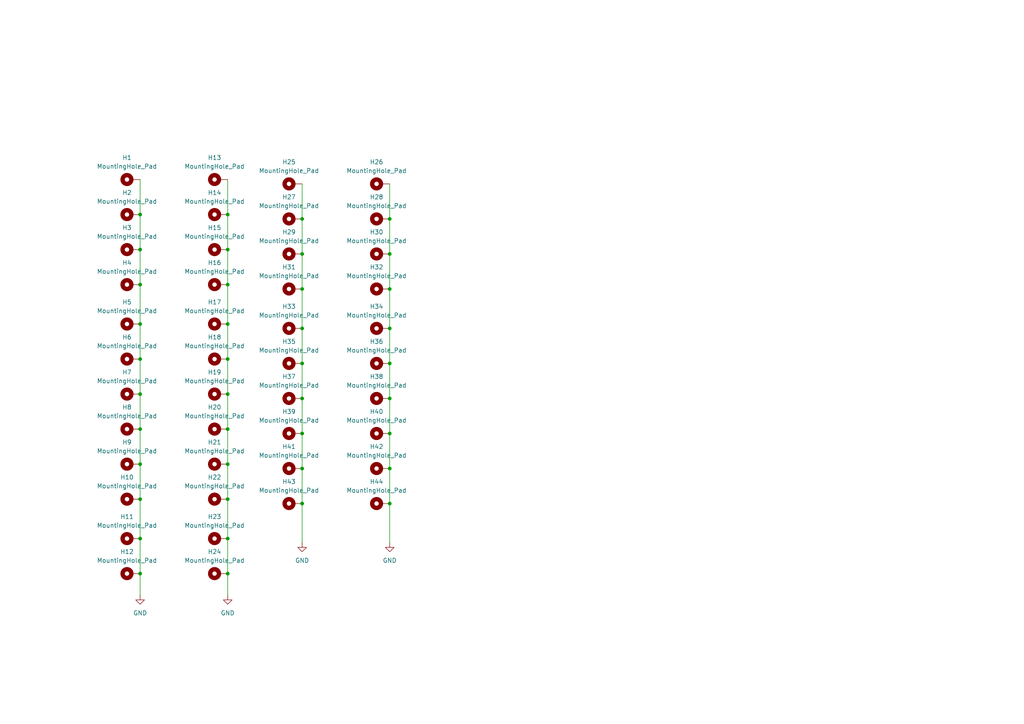
<source format=kicad_sch>
(kicad_sch (version 20250114) (generator "eeschema") (generator_version "9.0")
  (paper "A4")
  (lib_symbols
    (symbol "Mechanical:MountingHole_Pad" (pin_numbers (hide yes)) (pin_names (offset 1.016) (hide yes)) (in_bom no)
      (property "Reference" "H" (at 0 6.35 0))
      (property "Value" "MountingHole_Pad" (at 0 4.445 0))
      (symbol "MountingHole_Pad_0_1"
        (circle (center 0 1.27) (radius 1.27) (stroke (width 1.27)))
      )
      (symbol "MountingHole_Pad_1_1"
        (pin input line (at 0 -2.54 90) (length 2.54) (name "1") (number "1"))
      )
    )
    (symbol "power:GND" (power) (pin_numbers (hide yes)) (pin_names (offset 0) (hide yes))
      (property "Value" "GND" (at 0 -3.81 0))
      (symbol "GND_0_1"
        (polyline (pts (xy 0 0) (xy 0 -1.27) (xy 1.27 -1.27) (xy 0 -2.54) (xy -1.27 -1.27) (xy 0 -1.27)))
      )
      (symbol "GND_1_1"
        (pin power_in line (at 0 0 270) (length 0) (name "~") (number "1"))
      )
    )
  )
  (junction (at 66.04 166.37))
  (junction (at 66.04 144.78))
  (junction (at 40.64 134.62))
  (junction (at 113.03 63.5))
  (junction (at 40.64 62.23))
  (junction (at 40.64 124.46))
  (junction (at 40.64 144.78))
  (junction (at 40.64 93.98))
  (junction (at 87.63 95.25))
  (junction (at 40.64 156.21))
  (junction (at 113.03 135.89))
  (junction (at 87.63 115.57))
  (junction (at 87.63 73.66))
  (junction (at 113.03 146.05))
  (junction (at 40.64 104.14))
  (junction (at 87.63 146.05))
  (junction (at 66.04 104.14))
  (junction (at 87.63 105.41))
  (junction (at 87.63 135.89))
  (junction (at 66.04 114.3))
  (junction (at 87.63 83.82))
  (junction (at 40.64 72.39))
  (junction (at 40.64 114.3))
  (junction (at 40.64 82.55))
  (junction (at 66.04 156.21))
  (junction (at 40.64 166.37))
  (junction (at 66.04 93.98))
  (junction (at 66.04 62.23))
  (junction (at 66.04 134.62))
  (junction (at 113.03 73.66))
  (junction (at 87.63 63.5))
  (junction (at 66.04 124.46))
  (junction (at 113.03 95.25))
  (junction (at 87.63 125.73))
  (junction (at 66.04 82.55))
  (junction (at 113.03 105.41))
  (junction (at 113.03 115.57))
  (junction (at 113.03 125.73))
  (junction (at 66.04 72.39))
  (junction (at 113.03 83.82))
  (wire (pts (xy 40.64 144.78) (xy 40.64 156.21)))
  (wire (pts (xy 66.04 72.39) (xy 66.04 82.55)))
  (wire (pts (xy 113.03 73.66) (xy 113.03 83.82)))
  (wire (pts (xy 66.04 166.37) (xy 66.04 172.72)))
  (wire (pts (xy 87.63 135.89) (xy 87.63 146.05)))
  (wire (pts (xy 113.03 146.05) (xy 113.03 157.48)))
  (wire (pts (xy 113.03 135.89) (xy 113.03 146.05)))
  (wire (pts (xy 66.04 82.55) (xy 66.04 93.98)))
  (wire (pts (xy 40.64 52.07) (xy 40.64 62.23)))
  (wire (pts (xy 40.64 62.23) (xy 40.64 72.39)))
  (wire (pts (xy 66.04 124.46) (xy 66.04 134.62)))
  (wire (pts (xy 113.03 53.34) (xy 113.03 63.5)))
  (wire (pts (xy 40.64 134.62) (xy 40.64 144.78)))
  (wire (pts (xy 113.03 115.57) (xy 113.03 125.73)))
  (wire (pts (xy 113.03 95.25) (xy 113.03 105.41)))
  (wire (pts (xy 87.63 125.73) (xy 87.63 135.89)))
  (wire (pts (xy 40.64 82.55) (xy 40.64 93.98)))
  (wire (pts (xy 66.04 52.07) (xy 66.04 62.23)))
  (wire (pts (xy 66.04 114.3) (xy 66.04 124.46)))
  (wire (pts (xy 40.64 72.39) (xy 40.64 82.55)))
  (wire (pts (xy 87.63 73.66) (xy 87.63 83.82)))
  (wire (pts (xy 87.63 105.41) (xy 87.63 115.57)))
  (wire (pts (xy 66.04 144.78) (xy 66.04 156.21)))
  (wire (pts (xy 87.63 115.57) (xy 87.63 125.73)))
  (wire (pts (xy 66.04 134.62) (xy 66.04 144.78)))
  (wire (pts (xy 113.03 125.73) (xy 113.03 135.89)))
  (wire (pts (xy 40.64 166.37) (xy 40.64 172.72)))
  (wire (pts (xy 87.63 146.05) (xy 87.63 157.48)))
  (wire (pts (xy 113.03 83.82) (xy 113.03 95.25)))
  (wire (pts (xy 66.04 62.23) (xy 66.04 72.39)))
  (wire (pts (xy 40.64 156.21) (xy 40.64 166.37)))
  (wire (pts (xy 113.03 63.5) (xy 113.03 73.66)))
  (wire (pts (xy 66.04 156.21) (xy 66.04 166.37)))
  (wire (pts (xy 40.64 124.46) (xy 40.64 134.62)))
  (wire (pts (xy 87.63 95.25) (xy 87.63 105.41)))
  (wire (pts (xy 66.04 93.98) (xy 66.04 104.14)))
  (wire (pts (xy 40.64 93.98) (xy 40.64 104.14)))
  (wire (pts (xy 40.64 104.14) (xy 40.64 114.3)))
  (wire (pts (xy 113.03 105.41) (xy 113.03 115.57)))
  (wire (pts (xy 87.63 83.82) (xy 87.63 95.25)))
  (wire (pts (xy 40.64 114.3) (xy 40.64 124.46)))
  (wire (pts (xy 87.63 53.34) (xy 87.63 63.5)))
  (wire (pts (xy 66.04 104.14) (xy 66.04 114.3)))
  (wire (pts (xy 87.63 63.5) (xy 87.63 73.66)))
  (symbol (lib_id "Mechanical:MountingHole_Pad") (at 38.1 114.3 90) (unit 1) (in_bom no)
    (property "Reference" "H7" (at 36.83 107.95 90))
    (property "Value" "MountingHole_Pad" (at 36.83 110.49 90))
    (property "Footprint" "MountingHole:MountingHole_2.2mm_M2_DIN965_Pad" (effects (hide yes)))
    (property "Description" "Mounting Hole with connection" (effects (hide yes)))
  )
  (symbol (lib_id "Mechanical:MountingHole_Pad") (at 63.5 134.62 90) (unit 1) (in_bom no)
    (property "Reference" "H21" (at 62.23 128.27 90))
    (property "Value" "MountingHole_Pad" (at 62.23 130.81 90))
    (property "Footprint" "MountingHole:MountingHole_2.2mm_M2_DIN965_Pad" (effects (hide yes)))
    (property "Description" "Mounting Hole with connection" (effects (hide yes)))
  )
  (symbol (lib_id "Mechanical:MountingHole_Pad") (at 63.5 156.21 90) (unit 1) (in_bom no)
    (property "Reference" "H23" (at 62.23 149.86 90))
    (property "Value" "MountingHole_Pad" (at 62.23 152.4 90))
    (property "Footprint" "MountingHole:MountingHole_2.2mm_M2_DIN965_Pad" (effects (hide yes)))
    (property "Description" "Mounting Hole with connection" (effects (hide yes)))
  )
  (symbol (lib_id "Mechanical:MountingHole_Pad") (at 63.5 144.78 90) (unit 1) (in_bom no)
    (property "Reference" "H22" (at 62.23 138.43 90))
    (property "Value" "MountingHole_Pad" (at 62.23 140.97 90))
    (property "Footprint" "MountingHole:MountingHole_2.2mm_M2_DIN965_Pad" (effects (hide yes)))
    (property "Description" "Mounting Hole with connection" (effects (hide yes)))
  )
  (symbol (lib_id "Mechanical:MountingHole_Pad") (at 110.49 63.5 90) (unit 1) (in_bom no)
    (property "Reference" "H28" (at 109.22 57.15 90))
    (property "Value" "MountingHole_Pad" (at 109.22 59.69 90))
    (property "Footprint" "MountingHole:MountingHole_2.2mm_M2_DIN965_Pad" (effects (hide yes)))
    (property "Description" "Mounting Hole with connection" (effects (hide yes)))
  )
  (symbol (lib_id "power:GND") (at 40.64 172.72 0) (unit 1)
    (property "Reference" "#PWR03" (effects (hide yes)))
    (property "Value" "GND" (at 40.64 177.8 0))
    (property "Description" "Power symbol creates a global label with name \"GND\" , ground" (effects (hide yes)))
  )
  (symbol (lib_id "Mechanical:MountingHole_Pad") (at 110.49 83.82 90) (unit 1) (in_bom no)
    (property "Reference" "H32" (at 109.22 77.47 90))
    (property "Value" "MountingHole_Pad" (at 109.22 80.01 90))
    (property "Footprint" "MountingHole:MountingHole_2.2mm_M2_DIN965_Pad" (effects (hide yes)))
    (property "Description" "Mounting Hole with connection" (effects (hide yes)))
  )
  (symbol (lib_id "Mechanical:MountingHole_Pad") (at 38.1 52.07 90) (unit 1) (in_bom no)
    (property "Reference" "H1" (at 36.83 45.72 90))
    (property "Value" "MountingHole_Pad" (at 36.83 48.26 90))
    (property "Footprint" "MountingHole:MountingHole_2.2mm_M2_DIN965_Pad" (effects (hide yes)))
    (property "Description" "Mounting Hole with connection" (effects (hide yes)))
  )
  (symbol (lib_id "Mechanical:MountingHole_Pad") (at 63.5 124.46 90) (unit 1) (in_bom no)
    (property "Reference" "H20" (at 62.23 118.11 90))
    (property "Value" "MountingHole_Pad" (at 62.23 120.65 90))
    (property "Footprint" "MountingHole:MountingHole_2.2mm_M2_DIN965_Pad" (effects (hide yes)))
    (property "Description" "Mounting Hole with connection" (effects (hide yes)))
  )
  (symbol (lib_id "Mechanical:MountingHole_Pad") (at 63.5 93.98 90) (unit 1) (in_bom no)
    (property "Reference" "H17" (at 62.23 87.63 90))
    (property "Value" "MountingHole_Pad" (at 62.23 90.17 90))
    (property "Footprint" "MountingHole:MountingHole_2.2mm_M2_DIN965_Pad" (effects (hide yes)))
    (property "Description" "Mounting Hole with connection" (effects (hide yes)))
  )
  (symbol (lib_id "Mechanical:MountingHole_Pad") (at 110.49 115.57 90) (unit 1) (in_bom no)
    (property "Reference" "H38" (at 109.22 109.22 90))
    (property "Value" "MountingHole_Pad" (at 109.22 111.76 90))
    (property "Footprint" "MountingHole:MountingHole_2.2mm_M2_DIN965_Pad" (effects (hide yes)))
    (property "Description" "Mounting Hole with connection" (effects (hide yes)))
  )
  (symbol (lib_id "Mechanical:MountingHole_Pad") (at 85.09 135.89 90) (unit 1) (in_bom no)
    (property "Reference" "H41" (at 83.82 129.54 90))
    (property "Value" "MountingHole_Pad" (at 83.82 132.08 90))
    (property "Footprint" "MountingHole:MountingHole_2.2mm_M2_DIN965_Pad" (effects (hide yes)))
    (property "Description" "Mounting Hole with connection" (effects (hide yes)))
  )
  (symbol (lib_id "Mechanical:MountingHole_Pad") (at 63.5 72.39 90) (unit 1) (in_bom no)
    (property "Reference" "H15" (at 62.23 66.04 90))
    (property "Value" "MountingHole_Pad" (at 62.23 68.58 90))
    (property "Footprint" "MountingHole:MountingHole_2.2mm_M2_DIN965_Pad" (effects (hide yes)))
    (property "Description" "Mounting Hole with connection" (effects (hide yes)))
  )
  (symbol (lib_id "Mechanical:MountingHole_Pad") (at 38.1 104.14 90) (unit 1) (in_bom no)
    (property "Reference" "H6" (at 36.83 97.79 90))
    (property "Value" "MountingHole_Pad" (at 36.83 100.33 90))
    (property "Footprint" "MountingHole:MountingHole_2.2mm_M2_DIN965_Pad" (effects (hide yes)))
    (property "Description" "Mounting Hole with connection" (effects (hide yes)))
  )
  (symbol (lib_id "power:GND") (at 113.03 157.48 0) (unit 1)
    (property "Reference" "#PWR06" (effects (hide yes)))
    (property "Value" "GND" (at 113.03 162.56 0))
    (property "Description" "Power symbol creates a global label with name \"GND\" , ground" (effects (hide yes)))
  )
  (symbol (lib_id "Mechanical:MountingHole_Pad") (at 38.1 82.55 90) (unit 1) (in_bom no)
    (property "Reference" "H4" (at 36.83 76.2 90))
    (property "Value" "MountingHole_Pad" (at 36.83 78.74 90))
    (property "Footprint" "MountingHole:MountingHole_2.2mm_M2_DIN965_Pad" (effects (hide yes)))
    (property "Description" "Mounting Hole with connection" (effects (hide yes)))
  )
  (symbol (lib_id "Mechanical:MountingHole_Pad") (at 110.49 95.25 90) (unit 1) (in_bom no)
    (property "Reference" "H34" (at 109.22 88.9 90))
    (property "Value" "MountingHole_Pad" (at 109.22 91.44 90))
    (property "Footprint" "MountingHole:MountingHole_2.2mm_M2_DIN965_Pad" (effects (hide yes)))
    (property "Description" "Mounting Hole with connection" (effects (hide yes)))
  )
  (symbol (lib_id "Mechanical:MountingHole_Pad") (at 85.09 83.82 90) (unit 1) (in_bom no)
    (property "Reference" "H31" (at 83.82 77.47 90))
    (property "Value" "MountingHole_Pad" (at 83.82 80.01 90))
    (property "Footprint" "MountingHole:MountingHole_2.2mm_M2_DIN965_Pad" (effects (hide yes)))
    (property "Description" "Mounting Hole with connection" (effects (hide yes)))
  )
  (symbol (lib_id "Mechanical:MountingHole_Pad") (at 38.1 144.78 90) (unit 1) (in_bom no)
    (property "Reference" "H10" (at 36.83 138.43 90))
    (property "Value" "MountingHole_Pad" (at 36.83 140.97 90))
    (property "Footprint" "MountingHole:MountingHole_2.2mm_M2_DIN965_Pad" (effects (hide yes)))
    (property "Description" "Mounting Hole with connection" (effects (hide yes)))
  )
  (symbol (lib_id "Mechanical:MountingHole_Pad") (at 63.5 104.14 90) (unit 1) (in_bom no)
    (property "Reference" "H18" (at 62.23 97.79 90))
    (property "Value" "MountingHole_Pad" (at 62.23 100.33 90))
    (property "Footprint" "MountingHole:MountingHole_2.2mm_M2_DIN965_Pad" (effects (hide yes)))
    (property "Description" "Mounting Hole with connection" (effects (hide yes)))
  )
  (symbol (lib_id "Mechanical:MountingHole_Pad") (at 38.1 156.21 90) (unit 1) (in_bom no)
    (property "Reference" "H11" (at 36.83 149.86 90))
    (property "Value" "MountingHole_Pad" (at 36.83 152.4 90))
    (property "Footprint" "MountingHole:MountingHole_2.2mm_M2_DIN965_Pad" (effects (hide yes)))
    (property "Description" "Mounting Hole with connection" (effects (hide yes)))
  )
  (symbol (lib_id "Mechanical:MountingHole_Pad") (at 38.1 72.39 90) (unit 1) (in_bom no)
    (property "Reference" "H3" (at 36.83 66.04 90))
    (property "Value" "MountingHole_Pad" (at 36.83 68.58 90))
    (property "Footprint" "MountingHole:MountingHole_2.2mm_M2_DIN965_Pad" (effects (hide yes)))
    (property "Description" "Mounting Hole with connection" (effects (hide yes)))
  )
  (symbol (lib_id "power:GND") (at 66.04 172.72 0) (unit 1)
    (property "Reference" "#PWR04" (effects (hide yes)))
    (property "Value" "GND" (at 66.04 177.8 0))
    (property "Description" "Power symbol creates a global label with name \"GND\" , ground" (effects (hide yes)))
  )
  (symbol (lib_id "Mechanical:MountingHole_Pad") (at 110.49 73.66 90) (unit 1) (in_bom no)
    (property "Reference" "H30" (at 109.22 67.31 90))
    (property "Value" "MountingHole_Pad" (at 109.22 69.85 90))
    (property "Footprint" "MountingHole:MountingHole_2.2mm_M2_DIN965_Pad" (effects (hide yes)))
    (property "Description" "Mounting Hole with connection" (effects (hide yes)))
  )
  (symbol (lib_id "Mechanical:MountingHole_Pad") (at 63.5 62.23 90) (unit 1) (in_bom no)
    (property "Reference" "H14" (at 62.23 55.88 90))
    (property "Value" "MountingHole_Pad" (at 62.23 58.42 90))
    (property "Footprint" "MountingHole:MountingHole_2.2mm_M2_DIN965_Pad" (effects (hide yes)))
    (property "Description" "Mounting Hole with connection" (effects (hide yes)))
  )
  (symbol (lib_id "Mechanical:MountingHole_Pad") (at 110.49 53.34 90) (unit 1) (in_bom no)
    (property "Reference" "H26" (at 109.22 46.99 90))
    (property "Value" "MountingHole_Pad" (at 109.22 49.53 90))
    (property "Footprint" "MountingHole:MountingHole_2.2mm_M2_DIN965_Pad" (effects (hide yes)))
    (property "Description" "Mounting Hole with connection" (effects (hide yes)))
  )
  (symbol (lib_id "Mechanical:MountingHole_Pad") (at 38.1 166.37 90) (unit 1) (in_bom no)
    (property "Reference" "H12" (at 36.83 160.02 90))
    (property "Value" "MountingHole_Pad" (at 36.83 162.56 90))
    (property "Footprint" "MountingHole:MountingHole_2.2mm_M2_DIN965_Pad" (effects (hide yes)))
    (property "Description" "Mounting Hole with connection" (effects (hide yes)))
  )
  (symbol (lib_id "Mechanical:MountingHole_Pad") (at 63.5 52.07 90) (unit 1) (in_bom no)
    (property "Reference" "H13" (at 62.23 45.72 90))
    (property "Value" "MountingHole_Pad" (at 62.23 48.26 90))
    (property "Footprint" "MountingHole:MountingHole_2.2mm_M2_DIN965_Pad" (effects (hide yes)))
    (property "Description" "Mounting Hole with connection" (effects (hide yes)))
  )
  (symbol (lib_id "power:GND") (at 87.63 157.48 0) (unit 1)
    (property "Reference" "#PWR05" (effects (hide yes)))
    (property "Value" "GND" (at 87.63 162.56 0))
    (property "Description" "Power symbol creates a global label with name \"GND\" , ground" (effects (hide yes)))
  )
  (symbol (lib_id "Mechanical:MountingHole_Pad") (at 85.09 63.5 90) (unit 1) (in_bom no)
    (property "Reference" "H27" (at 83.82 57.15 90))
    (property "Value" "MountingHole_Pad" (at 83.82 59.69 90))
    (property "Footprint" "MountingHole:MountingHole_2.2mm_M2_DIN965_Pad" (effects (hide yes)))
    (property "Description" "Mounting Hole with connection" (effects (hide yes)))
  )
  (symbol (lib_id "Mechanical:MountingHole_Pad") (at 85.09 146.05 90) (unit 1) (in_bom no)
    (property "Reference" "H43" (at 83.82 139.7 90))
    (property "Value" "MountingHole_Pad" (at 83.82 142.24 90))
    (property "Footprint" "MountingHole:MountingHole_2.2mm_M2_DIN965_Pad" (effects (hide yes)))
    (property "Description" "Mounting Hole with connection" (effects (hide yes)))
  )
  (symbol (lib_id "Mechanical:MountingHole_Pad") (at 85.09 95.25 90) (unit 1) (in_bom no)
    (property "Reference" "H33" (at 83.82 88.9 90))
    (property "Value" "MountingHole_Pad" (at 83.82 91.44 90))
    (property "Footprint" "MountingHole:MountingHole_2.2mm_M2_DIN965_Pad" (effects (hide yes)))
    (property "Description" "Mounting Hole with connection" (effects (hide yes)))
  )
  (symbol (lib_id "Mechanical:MountingHole_Pad") (at 110.49 135.89 90) (unit 1) (in_bom no)
    (property "Reference" "H42" (at 109.22 129.54 90))
    (property "Value" "MountingHole_Pad" (at 109.22 132.08 90))
    (property "Footprint" "MountingHole:MountingHole_2.2mm_M2_DIN965_Pad" (effects (hide yes)))
    (property "Description" "Mounting Hole with connection" (effects (hide yes)))
  )
  (symbol (lib_id "Mechanical:MountingHole_Pad") (at 85.09 73.66 90) (unit 1) (in_bom no)
    (property "Reference" "H29" (at 83.82 67.31 90))
    (property "Value" "MountingHole_Pad" (at 83.82 69.85 90))
    (property "Footprint" "MountingHole:MountingHole_2.2mm_M2_DIN965_Pad" (effects (hide yes)))
    (property "Description" "Mounting Hole with connection" (effects (hide yes)))
  )
  (symbol (lib_id "Mechanical:MountingHole_Pad") (at 110.49 105.41 90) (unit 1) (in_bom no)
    (property "Reference" "H36" (at 109.22 99.06 90))
    (property "Value" "MountingHole_Pad" (at 109.22 101.6 90))
    (property "Footprint" "MountingHole:MountingHole_2.2mm_M2_DIN965_Pad" (effects (hide yes)))
    (property "Description" "Mounting Hole with connection" (effects (hide yes)))
  )
  (symbol (lib_id "Mechanical:MountingHole_Pad") (at 63.5 82.55 90) (unit 1) (in_bom no)
    (property "Reference" "H16" (at 62.23 76.2 90))
    (property "Value" "MountingHole_Pad" (at 62.23 78.74 90))
    (property "Footprint" "MountingHole:MountingHole_2.2mm_M2_DIN965_Pad" (effects (hide yes)))
    (property "Description" "Mounting Hole with connection" (effects (hide yes)))
  )
  (symbol (lib_id "Mechanical:MountingHole_Pad") (at 110.49 125.73 90) (unit 1) (in_bom no)
    (property "Reference" "H40" (at 109.22 119.38 90))
    (property "Value" "MountingHole_Pad" (at 109.22 121.92 90))
    (property "Footprint" "MountingHole:MountingHole_2.2mm_M2_DIN965_Pad" (effects (hide yes)))
    (property "Description" "Mounting Hole with connection" (effects (hide yes)))
  )
  (symbol (lib_id "Mechanical:MountingHole_Pad") (at 38.1 134.62 90) (unit 1) (in_bom no)
    (property "Reference" "H9" (at 36.83 128.27 90))
    (property "Value" "MountingHole_Pad" (at 36.83 130.81 90))
    (property "Footprint" "MountingHole:MountingHole_2.2mm_M2_DIN965_Pad" (effects (hide yes)))
    (property "Description" "Mounting Hole with connection" (effects (hide yes)))
  )
  (symbol (lib_id "Mechanical:MountingHole_Pad") (at 110.49 146.05 90) (unit 1) (in_bom no)
    (property "Reference" "H44" (at 109.22 139.7 90))
    (property "Value" "MountingHole_Pad" (at 109.22 142.24 90))
    (property "Footprint" "MountingHole:MountingHole_2.2mm_M2_DIN965_Pad" (effects (hide yes)))
    (property "Description" "Mounting Hole with connection" (effects (hide yes)))
  )
  (symbol (lib_id "Mechanical:MountingHole_Pad") (at 85.09 125.73 90) (unit 1) (in_bom no)
    (property "Reference" "H39" (at 83.82 119.38 90))
    (property "Value" "MountingHole_Pad" (at 83.82 121.92 90))
    (property "Footprint" "MountingHole:MountingHole_2.2mm_M2_DIN965_Pad" (effects (hide yes)))
    (property "Description" "Mounting Hole with connection" (effects (hide yes)))
  )
  (symbol (lib_id "Mechanical:MountingHole_Pad") (at 63.5 166.37 90) (unit 1) (in_bom no)
    (property "Reference" "H24" (at 62.23 160.02 90))
    (property "Value" "MountingHole_Pad" (at 62.23 162.56 90))
    (property "Footprint" "MountingHole:MountingHole_2.2mm_M2_DIN965_Pad" (effects (hide yes)))
    (property "Description" "Mounting Hole with connection" (effects (hide yes)))
  )
  (symbol (lib_id "Mechanical:MountingHole_Pad") (at 85.09 53.34 90) (unit 1) (in_bom no)
    (property "Reference" "H25" (at 83.82 46.99 90))
    (property "Value" "MountingHole_Pad" (at 83.82 49.53 90))
    (property "Footprint" "MountingHole:MountingHole_2.2mm_M2_DIN965_Pad" (effects (hide yes)))
    (property "Description" "Mounting Hole with connection" (effects (hide yes)))
  )
  (symbol (lib_id "Mechanical:MountingHole_Pad") (at 38.1 124.46 90) (unit 1) (in_bom no)
    (property "Reference" "H8" (at 36.83 118.11 90))
    (property "Value" "MountingHole_Pad" (at 36.83 120.65 90))
    (property "Footprint" "MountingHole:MountingHole_2.2mm_M2_DIN965_Pad" (effects (hide yes)))
    (property "Description" "Mounting Hole with connection" (effects (hide yes)))
  )
  (symbol (lib_id "Mechanical:MountingHole_Pad") (at 85.09 115.57 90) (unit 1) (in_bom no)
    (property "Reference" "H37" (at 83.82 109.22 90))
    (property "Value" "MountingHole_Pad" (at 83.82 111.76 90))
    (property "Footprint" "MountingHole:MountingHole_2.2mm_M2_DIN965_Pad" (effects (hide yes)))
    (property "Description" "Mounting Hole with connection" (effects (hide yes)))
  )
  (symbol (lib_id "Mechanical:MountingHole_Pad") (at 38.1 62.23 90) (unit 1) (in_bom no)
    (property "Reference" "H2" (at 36.83 55.88 90))
    (property "Value" "MountingHole_Pad" (at 36.83 58.42 90))
    (property "Footprint" "MountingHole:MountingHole_2.2mm_M2_DIN965_Pad" (effects (hide yes)))
    (property "Description" "Mounting Hole with connection" (effects (hide yes)))
  )
  (symbol (lib_id "Mechanical:MountingHole_Pad") (at 85.09 105.41 90) (unit 1) (in_bom no)
    (property "Reference" "H35" (at 83.82 99.06 90))
    (property "Value" "MountingHole_Pad" (at 83.82 101.6 90))
    (property "Footprint" "MountingHole:MountingHole_2.2mm_M2_DIN965_Pad" (effects (hide yes)))
    (property "Description" "Mounting Hole with connection" (effects (hide yes)))
  )
  (symbol (lib_id "Mechanical:MountingHole_Pad") (at 38.1 93.98 90) (unit 1) (in_bom no)
    (property "Reference" "H5" (at 36.83 87.63 90))
    (property "Value" "MountingHole_Pad" (at 36.83 90.17 90))
    (property "Footprint" "MountingHole:MountingHole_2.2mm_M2_DIN965_Pad" (effects (hide yes)))
    (property "Description" "Mounting Hole with connection" (effects (hide yes)))
  )
  (symbol (lib_id "Mechanical:MountingHole_Pad") (at 63.5 114.3 90) (unit 1) (in_bom no)
    (property "Reference" "H19" (at 62.23 107.95 90))
    (property "Value" "MountingHole_Pad" (at 62.23 110.49 90))
    (property "Footprint" "MountingHole:MountingHole_2.2mm_M2_DIN965_Pad" (effects (hide yes)))
    (property "Description" "Mounting Hole with connection" (effects (hide yes)))
  )
)
</source>
